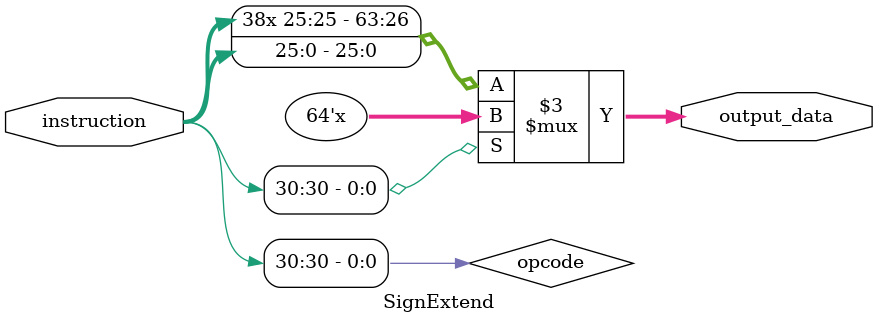
<source format=v>
`timescale 1ns / 1ps
module SignExtend(instruction, output_data);
input [31:0]instruction;
output reg [63:0]output_data;
wire opcode =instruction[31:30];
always @ (instruction) begin
case (opcode)
    2'b11: output_data = {{55{instruction[20]}},instruction[20:12]};
    2'b10: output_data = {{45{instruction[23]}}, instruction[23:5]};
    2'b00: output_data = {{38{instruction[25]}}, instruction[25:0]};
endcase
end

endmodule

</source>
